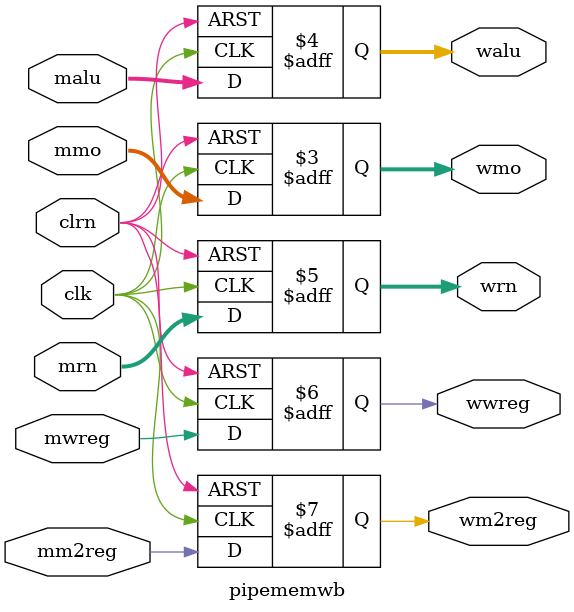
<source format=v>
module pipememwb (
    input           clk, clrn,
    input   [31:0]  mmo,
    input   [31:0]  malu,
    input   [04:0]  mrn,
    input           mwreg, mm2reg,
    output  [31:0]  wmo,
    output  [31:0]  walu,
    output  [04:0]  wrn,
    output          wwreg, wm2reg
); 
    reg     [31:0]  wmo, walu;
    reg     [04:0]  wrn;
    reg             wwreg, wm2reg;

    always @(posedge clk or negedge clrn) begin 
        if (!clrn) begin 
            wwreg   <=  0;          wm2reg  <=  0;
            wmo     <=  0;          walu    <=  0;
            wrn     <=  0;
        end else begin 
            wwreg   <=  mwreg;      wm2reg  <=  mm2reg;
            wmo     <=  mmo;        walu    <=  malu;
            wrn     <=  mrn;
        end
    end
endmodule
</source>
